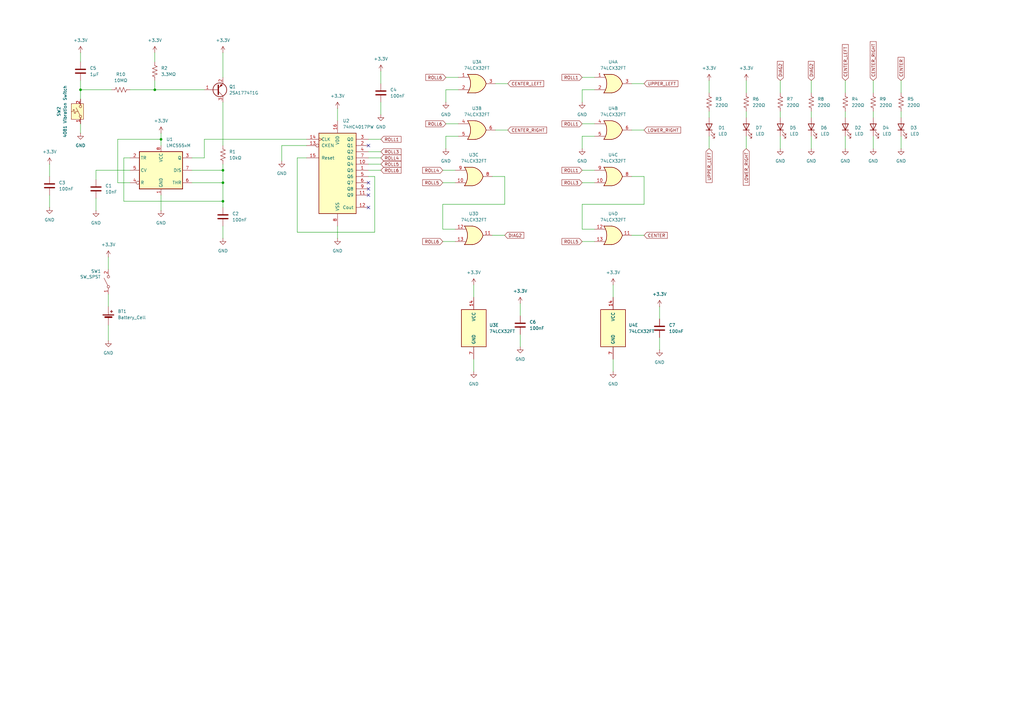
<source format=kicad_sch>
(kicad_sch (version 20250114) (generator "eeschema") (generator_version "9.0")
  (paper "A3")
  (lib_symbols
    (symbol "4xxx:4017" (pin_names (offset 1.016))
      (property "Reference" "U" (at -7.62 16.51 0))
      (property "Value" "4017" (at -7.62 -19.05 0))
      (symbol "4017_1_0"
        (pin input clock (at -12.7 12.7 0) (length 5.08) (name "CLK") (number "14"))
        (pin input inverted (at -12.7 10.16 0) (length 5.08) (name "CKEN") (number "13"))
        (pin input line (at -12.7 5.08 0) (length 5.08) (name "Reset") (number "15"))
        (pin power_in line (at 0 20.32 270) (length 5.08) (name "VDD") (number "16"))
        (pin power_in line (at 0 -22.86 90) (length 5.08) (name "VSS") (number "8"))
        (pin output line (at 12.7 12.7 180) (length 5.08) (name "Q0") (number "3"))
        (pin output line (at 12.7 10.16 180) (length 5.08) (name "Q1") (number "2"))
        (pin output line (at 12.7 7.62 180) (length 5.08) (name "Q2") (number "4"))
        (pin output line (at 12.7 5.08 180) (length 5.08) (name "Q3") (number "7"))
        (pin output line (at 12.7 2.54 180) (length 5.08) (name "Q4") (number "10"))
        (pin output line (at 12.7 0 180) (length 5.08) (name "Q5") (number "1"))
        (pin output line (at 12.7 -2.54 180) (length 5.08) (name "Q6") (number "5"))
        (pin output line (at 12.7 -5.08 180) (length 5.08) (name "Q7") (number "6"))
        (pin output line (at 12.7 -7.62 180) (length 5.08) (name "Q8") (number "9"))
        (pin output line (at 12.7 -10.16 180) (length 5.08) (name "Q9") (number "11"))
        (pin output line (at 12.7 -15.24 180) (length 5.08) (name "Cout") (number "12"))
      )
      (symbol "4017_1_1"
        (rectangle (start -7.62 15.24) (end 7.62 -17.78) (stroke (width 0.254)) (fill (type background)))
      )
    )
    (symbol "74xx:74LS32" (pin_names (offset 1.016))
      (property "Reference" "U" (at 0 1.27 0))
      (property "Value" "74LS32" (at 0 -1.27 0))
      (symbol "74LS32_1_1"
        (arc (start -3.81 3.81) (mid -2.589 0) (end -3.81 -3.81) (stroke (width 0.254)))
        (polyline (pts (xy -3.81 3.81) (xy -0.635 3.81)) (stroke (width 0.254)) (fill (type background)))
        (polyline (pts (xy -3.81 -3.81) (xy -0.635 -3.81)) (stroke (width 0.254)) (fill (type background)))
        (arc (start 3.81 0) (mid 2.1855 -2.584) (end -0.6096 -3.81) (stroke (width 0.254)) (fill (type background)))
        (arc (start -0.6096 3.81) (mid 2.1928 2.5924) (end 3.81 0) (stroke (width 0.254)) (fill (type background)))
        (polyline (pts (xy -0.635 3.81) (xy -3.81 3.81) (xy -3.81 3.81) (xy -3.556 3.4036) (xy -3.0226 2.2606) (xy -2.6924 1.0414) (xy -2.6162 -0.254) (xy -2.7686 -1.4986) (xy -3.175 -2.7178) (xy -3.81 -3.81) (xy -3.81 -3.81) (xy -0.635 -3.81)) (stroke (width -25.4)) (fill (type background)))
        (pin input line (at -7.62 2.54 0) (length 4.318) (name "~") (number "1"))
        (pin input line (at -7.62 -2.54 0) (length 4.318) (name "~") (number "2"))
        (pin output line (at 7.62 0 180) (length 3.81) (name "~") (number "3"))
      )
      (symbol "74LS32_1_2"
        (arc (start 0 3.81) (mid 3.7934 0) (end 0 -3.81) (stroke (width 0.254)) (fill (type background)))
        (polyline (pts (xy 0 3.81) (xy -3.81 3.81) (xy -3.81 -3.81) (xy 0 -3.81)) (stroke (width 0.254)) (fill (type background)))
        (pin input inverted (at -7.62 2.54 0) (length 3.81) (name "~") (number "1"))
        (pin input inverted (at -7.62 -2.54 0) (length 3.81) (name "~") (number "2"))
        (pin output inverted (at 7.62 0 180) (length 3.81) (name "~") (number "3"))
      )
      (symbol "74LS32_2_1"
        (arc (start -3.81 3.81) (mid -2.589 0) (end -3.81 -3.81) (stroke (width 0.254)))
        (polyline (pts (xy -3.81 3.81) (xy -0.635 3.81)) (stroke (width 0.254)) (fill (type background)))
        (polyline (pts (xy -3.81 -3.81) (xy -0.635 -3.81)) (stroke (width 0.254)) (fill (type background)))
        (arc (start 3.81 0) (mid 2.1855 -2.584) (end -0.6096 -3.81) (stroke (width 0.254)) (fill (type background)))
        (arc (start -0.6096 3.81) (mid 2.1928 2.5924) (end 3.81 0) (stroke (width 0.254)) (fill (type background)))
        (polyline (pts (xy -0.635 3.81) (xy -3.81 3.81) (xy -3.81 3.81) (xy -3.556 3.4036) (xy -3.0226 2.2606) (xy -2.6924 1.0414) (xy -2.6162 -0.254) (xy -2.7686 -1.4986) (xy -3.175 -2.7178) (xy -3.81 -3.81) (xy -3.81 -3.81) (xy -0.635 -3.81)) (stroke (width -25.4)) (fill (type background)))
        (pin input line (at -7.62 2.54 0) (length 4.318) (name "~") (number "4"))
        (pin input line (at -7.62 -2.54 0) (length 4.318) (name "~") (number "5"))
        (pin output line (at 7.62 0 180) (length 3.81) (name "~") (number "6"))
      )
      (symbol "74LS32_2_2"
        (arc (start 0 3.81) (mid 3.7934 0) (end 0 -3.81) (stroke (width 0.254)) (fill (type background)))
        (polyline (pts (xy 0 3.81) (xy -3.81 3.81) (xy -3.81 -3.81) (xy 0 -3.81)) (stroke (width 0.254)) (fill (type background)))
        (pin input inverted (at -7.62 2.54 0) (length 3.81) (name "~") (number "4"))
        (pin input inverted (at -7.62 -2.54 0) (length 3.81) (name "~") (number "5"))
        (pin output inverted (at 7.62 0 180) (length 3.81) (name "~") (number "6"))
      )
      (symbol "74LS32_3_1"
        (arc (start -3.81 3.81) (mid -2.589 0) (end -3.81 -3.81) (stroke (width 0.254)))
        (polyline (pts (xy -3.81 3.81) (xy -0.635 3.81)) (stroke (width 0.254)) (fill (type background)))
        (polyline (pts (xy -3.81 -3.81) (xy -0.635 -3.81)) (stroke (width 0.254)) (fill (type background)))
        (arc (start 3.81 0) (mid 2.1855 -2.584) (end -0.6096 -3.81) (stroke (width 0.254)) (fill (type background)))
        (arc (start -0.6096 3.81) (mid 2.1928 2.5924) (end 3.81 0) (stroke (width 0.254)) (fill (type background)))
        (polyline (pts (xy -0.635 3.81) (xy -3.81 3.81) (xy -3.81 3.81) (xy -3.556 3.4036) (xy -3.0226 2.2606) (xy -2.6924 1.0414) (xy -2.6162 -0.254) (xy -2.7686 -1.4986) (xy -3.175 -2.7178) (xy -3.81 -3.81) (xy -3.81 -3.81) (xy -0.635 -3.81)) (stroke (width -25.4)) (fill (type background)))
        (pin input line (at -7.62 2.54 0) (length 4.318) (name "~") (number "9"))
        (pin input line (at -7.62 -2.54 0) (length 4.318) (name "~") (number "10"))
        (pin output line (at 7.62 0 180) (length 3.81) (name "~") (number "8"))
      )
      (symbol "74LS32_3_2"
        (arc (start 0 3.81) (mid 3.7934 0) (end 0 -3.81) (stroke (width 0.254)) (fill (type background)))
        (polyline (pts (xy 0 3.81) (xy -3.81 3.81) (xy -3.81 -3.81) (xy 0 -3.81)) (stroke (width 0.254)) (fill (type background)))
        (pin input inverted (at -7.62 2.54 0) (length 3.81) (name "~") (number "9"))
        (pin input inverted (at -7.62 -2.54 0) (length 3.81) (name "~") (number "10"))
        (pin output inverted (at 7.62 0 180) (length 3.81) (name "~") (number "8"))
      )
      (symbol "74LS32_4_1"
        (arc (start -3.81 3.81) (mid -2.589 0) (end -3.81 -3.81) (stroke (width 0.254)))
        (polyline (pts (xy -3.81 3.81) (xy -0.635 3.81)) (stroke (width 0.254)) (fill (type background)))
        (polyline (pts (xy -3.81 -3.81) (xy -0.635 -3.81)) (stroke (width 0.254)) (fill (type background)))
        (arc (start 3.81 0) (mid 2.1855 -2.584) (end -0.6096 -3.81) (stroke (width 0.254)) (fill (type background)))
        (arc (start -0.6096 3.81) (mid 2.1928 2.5924) (end 3.81 0) (stroke (width 0.254)) (fill (type background)))
        (polyline (pts (xy -0.635 3.81) (xy -3.81 3.81) (xy -3.81 3.81) (xy -3.556 3.4036) (xy -3.0226 2.2606) (xy -2.6924 1.0414) (xy -2.6162 -0.254) (xy -2.7686 -1.4986) (xy -3.175 -2.7178) (xy -3.81 -3.81) (xy -3.81 -3.81) (xy -0.635 -3.81)) (stroke (width -25.4)) (fill (type background)))
        (pin input line (at -7.62 2.54 0) (length 4.318) (name "~") (number "12"))
        (pin input line (at -7.62 -2.54 0) (length 4.318) (name "~") (number "13"))
        (pin output line (at 7.62 0 180) (length 3.81) (name "~") (number "11"))
      )
      (symbol "74LS32_4_2"
        (arc (start 0 3.81) (mid 3.7934 0) (end 0 -3.81) (stroke (width 0.254)) (fill (type background)))
        (polyline (pts (xy 0 3.81) (xy -3.81 3.81) (xy -3.81 -3.81) (xy 0 -3.81)) (stroke (width 0.254)) (fill (type background)))
        (pin input inverted (at -7.62 2.54 0) (length 3.81) (name "~") (number "12"))
        (pin input inverted (at -7.62 -2.54 0) (length 3.81) (name "~") (number "13"))
        (pin output inverted (at 7.62 0 180) (length 3.81) (name "~") (number "11"))
      )
      (symbol "74LS32_5_0"
        (pin power_in line (at 0 12.7 270) (length 5.08) (name "VCC") (number "14"))
        (pin power_in line (at 0 -12.7 90) (length 5.08) (name "GND") (number "7"))
      )
      (symbol "74LS32_5_1"
        (rectangle (start -5.08 7.62) (end 5.08 -7.62) (stroke (width 0.254)) (fill (type background)))
      )
    )
    (symbol "Device:Battery_Cell" (pin_numbers (hide yes)) (pin_names (offset 0) (hide yes))
      (property "Reference" "BT" (at 2.54 2.54 0))
      (property "Value" "Battery_Cell" (at 2.54 0 0))
      (symbol "Battery_Cell_0_1"
        (rectangle (start -2.286 1.778) (end 2.286 1.524) (fill (type outline)))
        (rectangle (start -1.524 1.016) (end 1.524 0.508) (fill (type outline)))
        (polyline (pts (xy 0 1.778) (xy 0 2.54)))
        (polyline (pts (xy 0 0.762) (xy 0 0)))
        (polyline (pts (xy 0.762 3.048) (xy 1.778 3.048)) (stroke (width 0.254)))
        (polyline (pts (xy 1.27 3.556) (xy 1.27 2.54)) (stroke (width 0.254)))
      )
      (symbol "Battery_Cell_1_1"
        (pin passive line (at 0 5.08 270) (length 2.54) (name "+") (number "1"))
        (pin passive line (at 0 -2.54 90) (length 2.54) (name "-") (number "2"))
      )
    )
    (symbol "Device:C" (pin_numbers (hide yes)) (pin_names (offset 0.254))
      (property "Reference" "C" (at 0.635 2.54 0))
      (property "Value" "C" (at 0.635 -2.54 0))
      (symbol "C_0_1"
        (polyline (pts (xy -2.032 0.762) (xy 2.032 0.762)) (stroke (width 0.508)))
        (polyline (pts (xy -2.032 -0.762) (xy 2.032 -0.762)) (stroke (width 0.508)))
      )
      (symbol "C_1_1"
        (pin passive line (at 0 3.81 270) (length 2.794) (name "~") (number "1"))
        (pin passive line (at 0 -3.81 90) (length 2.794) (name "~") (number "2"))
      )
    )
    (symbol "Device:LED" (pin_numbers (hide yes)) (pin_names (offset 1.016) (hide yes))
      (property "Reference" "D" (at 0 2.54 0))
      (property "Value" "LED" (at 0 -2.54 0))
      (symbol "LED_0_1"
        (polyline (pts (xy -3.048 -0.762) (xy -4.572 -2.286) (xy -3.81 -2.286) (xy -4.572 -2.286) (xy -4.572 -1.524)))
        (polyline (pts (xy -1.778 -0.762) (xy -3.302 -2.286) (xy -2.54 -2.286) (xy -3.302 -2.286) (xy -3.302 -1.524)))
        (polyline (pts (xy -1.27 0) (xy 1.27 0)))
        (polyline (pts (xy -1.27 -1.27) (xy -1.27 1.27)) (stroke (width 0.254)))
        (polyline (pts (xy 1.27 -1.27) (xy 1.27 1.27) (xy -1.27 0) (xy 1.27 -1.27)) (stroke (width 0.254)))
      )
      (symbol "LED_1_1"
        (pin passive line (at -3.81 0 0) (length 2.54) (name "K") (number "1"))
        (pin passive line (at 3.81 0 180) (length 2.54) (name "A") (number "2"))
      )
    )
    (symbol "Device:R_US" (pin_numbers (hide yes)) (pin_names (offset 0))
      (property "Reference" "R" (at 2.54 0 90))
      (property "Value" "R_US" (at -2.54 0 90))
      (symbol "R_US_0_1"
        (polyline (pts (xy 0 2.286) (xy 0 2.54)))
        (polyline (pts (xy 0 2.286) (xy 1.016 1.905) (xy 0 1.524) (xy -1.016 1.143) (xy 0 0.762)))
        (polyline (pts (xy 0 0.762) (xy 1.016 0.381) (xy 0 0) (xy -1.016 -0.381) (xy 0 -0.762)))
        (polyline (pts (xy 0 -0.762) (xy 1.016 -1.143) (xy 0 -1.524) (xy -1.016 -1.905) (xy 0 -2.286)))
        (polyline (pts (xy 0 -2.286) (xy 0 -2.54)))
      )
      (symbol "R_US_1_1"
        (pin passive line (at 0 3.81 270) (length 1.27) (name "~") (number "1"))
        (pin passive line (at 0 -3.81 90) (length 1.27) (name "~") (number "2"))
      )
    )
    (symbol "Switch:SW_SPST" (pin_names (offset 0) (hide yes))
      (property "Reference" "SW" (at 0 3.175 0))
      (property "Value" "SW_SPST" (at 0 -2.54 0))
      (symbol "SW_SPST_0_0"
        (circle (center -2.032 0) (radius 0.508))
        (polyline (pts (xy -1.524 0.254) (xy 1.524 1.778)))
        (circle (center 2.032 0) (radius 0.508))
      )
      (symbol "SW_SPST_1_1"
        (pin passive line (at -5.08 0 0) (length 2.54) (name "A") (number "1"))
        (pin passive line (at 5.08 0 180) (length 2.54) (name "B") (number "2"))
      )
    )
    (symbol "Switch:SW_SPST_Temperature" (pin_names (offset 0) (hide yes))
      (property "Reference" "SW" (at 0 5.08 0))
      (property "Value" "SW_SPST_Temperature" (at 0 -2.54 0))
      (symbol "SW_SPST_Temperature_0_0"
        (circle (center -2.032 0) (radius 0.508))
        (polyline (pts (xy -1.524 0.254) (xy 1.524 1.778)))
        (polyline (pts (xy 0 1.016) (xy 0 2.032) (xy -0.762 2.032) (xy -0.762 2.54) (xy 0.762 2.54) (xy 0.762 3.048) (xy 0 3.048) (xy 0 3.81)))
        (circle (center 2.032 0) (radius 0.508))
      )
      (symbol "SW_SPST_Temperature_1_1"
        (rectangle (start -3.175 3.81) (end 3.175 -1.27) (fill (type background)))
        (pin passive line (at -5.08 0 0) (length 2.54) (name "A") (number "1"))
        (pin passive line (at 5.08 0 180) (length 2.54) (name "B") (number "2"))
      )
    )
    (symbol "Timer:LMC555xM"
      (property "Reference" "U" (at -10.16 8.89 0))
      (property "Value" "LMC555xM" (at 2.54 8.89 0))
      (symbol "LMC555xM_0_0"
        (pin power_in line (at 0 10.16 270) (length 2.54) (name "VCC") (number "8"))
        (pin power_in line (at 0 -10.16 90) (length 2.54) (name "GND") (number "1"))
      )
      (symbol "LMC555xM_0_1"
        (rectangle (start -8.89 -7.62) (end 8.89 7.62) (stroke (width 0.254)) (fill (type background)))
        (rectangle (start -8.89 -7.62) (end 8.89 7.62) (stroke (width 0.254)) (fill (type background)))
      )
      (symbol "LMC555xM_1_1"
        (pin input line (at -12.7 5.08 0) (length 3.81) (name "TR") (number "2"))
        (pin input line (at -12.7 0 0) (length 3.81) (name "CV") (number "5"))
        (pin input inverted (at -12.7 -5.08 0) (length 3.81) (name "R") (number "4"))
        (pin output line (at 12.7 5.08 180) (length 3.81) (name "Q") (number "3"))
        (pin input line (at 12.7 0 180) (length 3.81) (name "DIS") (number "7"))
        (pin input line (at 12.7 -5.08 180) (length 3.81) (name "THR") (number "6"))
      )
    )
    (symbol "Transistor_BJT:Q_PNP_BEC" (pin_names (offset 0) (hide yes))
      (property "Reference" "Q" (at 5.08 1.27 0))
      (property "Value" "Q_PNP_BEC" (at 5.08 -1.27 0))
      (symbol "Q_PNP_BEC_0_1"
        (polyline (pts (xy -2.54 0) (xy 0.635 0)))
        (polyline (pts (xy 0.635 1.905) (xy 0.635 -1.905)) (stroke (width 0.508)))
        (polyline (pts (xy 0.635 0.635) (xy 2.54 2.54)))
        (polyline (pts (xy 0.635 -0.635) (xy 2.54 -2.54)))
        (circle (center 1.27 0) (radius 2.8194) (stroke (width 0.254)))
        (polyline (pts (xy 2.286 -1.778) (xy 1.778 -2.286) (xy 1.27 -1.27) (xy 2.286 -1.778)) (fill (type outline)))
      )
      (symbol "Q_PNP_BEC_1_1"
        (pin input line (at -5.08 0 0) (length 2.54) (name "B") (number "1"))
        (pin passive line (at 2.54 5.08 270) (length 2.54) (name "C") (number "3"))
        (pin passive line (at 2.54 -5.08 90) (length 2.54) (name "E") (number "2"))
      )
    )
    (symbol "power:+3.3V" (power) (pin_numbers (hide yes)) (pin_names (offset 0) (hide yes))
      (property "Value" "+3.3V" (at 0 3.556 0))
      (symbol "+3.3V_0_1"
        (polyline (pts (xy -0.762 1.27) (xy 0 2.54)))
        (polyline (pts (xy 0 2.54) (xy 0.762 1.27)))
        (polyline (pts (xy 0 0) (xy 0 2.54)))
      )
      (symbol "+3.3V_1_1"
        (pin power_in line (at 0 0 90) (length 0) (name "~") (number "1"))
      )
    )
    (symbol "power:GND" (power) (pin_numbers (hide yes)) (pin_names (offset 0) (hide yes))
      (property "Value" "GND" (at 0 -3.81 0))
      (symbol "GND_0_1"
        (polyline (pts (xy 0 0) (xy 0 -1.27) (xy 1.27 -1.27) (xy 0 -2.54) (xy -1.27 -1.27) (xy 0 -1.27)))
      )
      (symbol "GND_1_1"
        (pin power_in line (at 0 0 270) (length 0) (name "~") (number "1"))
      )
    )
  )
  (junction (at 91.44 74.93))
  (junction (at 63.5 36.83))
  (junction (at 33.02 36.83))
  (junction (at 91.44 69.85))
  (junction (at 66.04 57.15))
  (junction (at 91.44 82.55))
  (no_connect (at 151.13 85.09))
  (no_connect (at 151.13 74.93))
  (no_connect (at 151.13 80.01))
  (no_connect (at 151.13 77.47))
  (no_connect (at 151.13 59.69))
  (wire (pts (xy 91.44 21.59) (xy 91.44 31.75)))
  (wire (pts (xy 156.21 29.21) (xy 156.21 34.29)))
  (wire (pts (xy 182.88 50.8) (xy 187.96 50.8)))
  (wire (pts (xy 48.26 57.15) (xy 66.04 57.15)))
  (wire (pts (xy 187.96 36.83) (xy 182.88 36.83)))
  (wire (pts (xy 346.71 33.02) (xy 346.71 38.1)))
  (wire (pts (xy 251.46 116.84) (xy 251.46 121.92)))
  (wire (pts (xy 182.88 36.83) (xy 182.88 41.91)))
  (wire (pts (xy 20.32 80.01) (xy 20.32 85.09)))
  (wire (pts (xy 332.74 33.02) (xy 332.74 38.1)))
  (wire (pts (xy 243.84 55.88) (xy 238.76 55.88)))
  (wire (pts (xy 66.04 80.01) (xy 66.04 86.36)))
  (wire (pts (xy 238.76 69.85) (xy 243.84 69.85)))
  (wire (pts (xy 194.31 147.32) (xy 194.31 152.4)))
  (wire (pts (xy 33.02 33.02) (xy 33.02 36.83)))
  (wire (pts (xy 264.16 72.39) (xy 264.16 83.82)))
  (wire (pts (xy 358.14 33.02) (xy 358.14 38.1)))
  (wire (pts (xy 53.34 69.85) (xy 39.37 69.85)))
  (wire (pts (xy 53.34 74.93) (xy 48.26 74.93)))
  (wire (pts (xy 121.92 64.77) (xy 125.73 64.77)))
  (wire (pts (xy 115.57 59.69) (xy 115.57 66.04)))
  (wire (pts (xy 201.93 96.52) (xy 207.01 96.52)))
  (wire (pts (xy 238.76 36.83) (xy 238.76 41.91)))
  (wire (pts (xy 238.76 55.88) (xy 238.76 60.96)))
  (wire (pts (xy 63.5 33.02) (xy 63.5 36.83)))
  (wire (pts (xy 320.04 45.72) (xy 320.04 48.26)))
  (wire (pts (xy 213.36 124.46) (xy 213.36 129.54)))
  (wire (pts (xy 306.07 33.02) (xy 306.07 38.1)))
  (wire (pts (xy 207.01 83.82) (xy 207.01 72.39)))
  (wire (pts (xy 151.13 57.15) (xy 156.21 57.15)))
  (wire (pts (xy 153.67 95.25) (xy 121.92 95.25)))
  (wire (pts (xy 207.01 72.39) (xy 201.93 72.39)))
  (wire (pts (xy 91.44 41.91) (xy 91.44 59.69)))
  (wire (pts (xy 83.82 57.15) (xy 83.82 64.77)))
  (wire (pts (xy 91.44 82.55) (xy 91.44 85.09)))
  (wire (pts (xy 78.74 69.85) (xy 91.44 69.85)))
  (wire (pts (xy 332.74 45.72) (xy 332.74 48.26)))
  (wire (pts (xy 50.8 64.77) (xy 50.8 82.55)))
  (wire (pts (xy 290.83 45.72) (xy 290.83 48.26)))
  (wire (pts (xy 66.04 54.61) (xy 66.04 57.15)))
  (wire (pts (xy 369.57 33.02) (xy 369.57 38.1)))
  (wire (pts (xy 238.76 93.98) (xy 243.84 93.98)))
  (wire (pts (xy 156.21 41.91) (xy 156.21 46.99)))
  (wire (pts (xy 346.71 55.88) (xy 346.71 60.96)))
  (wire (pts (xy 181.61 99.06) (xy 186.69 99.06)))
  (wire (pts (xy 44.45 110.49) (xy 44.45 105.41)))
  (wire (pts (xy 306.07 45.72) (xy 306.07 48.26)))
  (wire (pts (xy 369.57 55.88) (xy 369.57 60.96)))
  (wire (pts (xy 83.82 57.15) (xy 125.73 57.15)))
  (wire (pts (xy 39.37 81.28) (xy 39.37 86.36)))
  (wire (pts (xy 138.43 44.45) (xy 138.43 49.53)))
  (wire (pts (xy 48.26 74.93) (xy 48.26 57.15)))
  (wire (pts (xy 121.92 95.25) (xy 121.92 64.77)))
  (wire (pts (xy 91.44 74.93) (xy 91.44 82.55)))
  (wire (pts (xy 259.08 53.34) (xy 264.16 53.34)))
  (wire (pts (xy 194.31 116.84) (xy 194.31 121.92)))
  (wire (pts (xy 332.74 55.88) (xy 332.74 60.96)))
  (wire (pts (xy 243.84 74.93) (xy 238.76 74.93)))
  (wire (pts (xy 358.14 55.88) (xy 358.14 60.96)))
  (wire (pts (xy 151.13 64.77) (xy 156.21 64.77)))
  (wire (pts (xy 181.61 93.98) (xy 181.61 83.82)))
  (wire (pts (xy 50.8 64.77) (xy 53.34 64.77)))
  (wire (pts (xy 50.8 82.55) (xy 91.44 82.55)))
  (wire (pts (xy 151.13 62.23) (xy 156.21 62.23)))
  (wire (pts (xy 203.2 34.29) (xy 208.28 34.29)))
  (wire (pts (xy 238.76 50.8) (xy 243.84 50.8)))
  (wire (pts (xy 306.07 55.88) (xy 306.07 60.96)))
  (wire (pts (xy 44.45 120.65) (xy 44.45 125.73)))
  (wire (pts (xy 91.44 69.85) (xy 91.44 74.93)))
  (wire (pts (xy 151.13 69.85) (xy 156.21 69.85)))
  (wire (pts (xy 238.76 31.75) (xy 243.84 31.75)))
  (wire (pts (xy 115.57 59.69) (xy 125.73 59.69)))
  (wire (pts (xy 182.88 31.75) (xy 187.96 31.75)))
  (wire (pts (xy 63.5 21.59) (xy 63.5 25.4)))
  (wire (pts (xy 203.2 53.34) (xy 208.28 53.34)))
  (wire (pts (xy 138.43 92.71) (xy 138.43 97.79)))
  (wire (pts (xy 181.61 69.85) (xy 186.69 69.85)))
  (wire (pts (xy 33.02 36.83) (xy 45.72 36.83)))
  (wire (pts (xy 33.02 50.8) (xy 33.02 54.61)))
  (wire (pts (xy 238.76 83.82) (xy 238.76 93.98)))
  (wire (pts (xy 320.04 55.88) (xy 320.04 60.96)))
  (wire (pts (xy 358.14 45.72) (xy 358.14 48.26)))
  (wire (pts (xy 369.57 45.72) (xy 369.57 48.26)))
  (wire (pts (xy 290.83 55.88) (xy 290.83 60.96)))
  (wire (pts (xy 151.13 72.39) (xy 153.67 72.39)))
  (wire (pts (xy 53.34 36.83) (xy 63.5 36.83)))
  (wire (pts (xy 259.08 96.52) (xy 264.16 96.52)))
  (wire (pts (xy 187.96 55.88) (xy 182.88 55.88)))
  (wire (pts (xy 270.51 125.73) (xy 270.51 130.81)))
  (wire (pts (xy 181.61 74.93) (xy 186.69 74.93)))
  (wire (pts (xy 264.16 83.82) (xy 238.76 83.82)))
  (wire (pts (xy 20.32 67.31) (xy 20.32 72.39)))
  (wire (pts (xy 213.36 137.16) (xy 213.36 142.24)))
  (wire (pts (xy 91.44 67.31) (xy 91.44 69.85)))
  (wire (pts (xy 251.46 147.32) (xy 251.46 152.4)))
  (wire (pts (xy 63.5 36.83) (xy 83.82 36.83)))
  (wire (pts (xy 39.37 69.85) (xy 39.37 73.66)))
  (wire (pts (xy 151.13 67.31) (xy 156.21 67.31)))
  (wire (pts (xy 182.88 55.88) (xy 182.88 60.96)))
  (wire (pts (xy 238.76 99.06) (xy 243.84 99.06)))
  (wire (pts (xy 259.08 72.39) (xy 264.16 72.39)))
  (wire (pts (xy 270.51 138.43) (xy 270.51 143.51)))
  (wire (pts (xy 290.83 33.02) (xy 290.83 38.1)))
  (wire (pts (xy 259.08 34.29) (xy 264.16 34.29)))
  (wire (pts (xy 243.84 36.83) (xy 238.76 36.83)))
  (wire (pts (xy 33.02 21.59) (xy 33.02 25.4)))
  (wire (pts (xy 320.04 33.02) (xy 320.04 38.1)))
  (wire (pts (xy 78.74 74.93) (xy 91.44 74.93)))
  (wire (pts (xy 33.02 36.83) (xy 33.02 40.64)))
  (wire (pts (xy 66.04 57.15) (xy 66.04 59.69)))
  (wire (pts (xy 346.71 45.72) (xy 346.71 48.26)))
  (wire (pts (xy 181.61 83.82) (xy 207.01 83.82)))
  (wire (pts (xy 44.45 133.35) (xy 44.45 139.7)))
  (wire (pts (xy 153.67 72.39) (xy 153.67 95.25)))
  (wire (pts (xy 186.69 93.98) (xy 181.61 93.98)))
  (wire (pts (xy 91.44 92.71) (xy 91.44 97.79)))
  (wire (pts (xy 78.74 64.77) (xy 83.82 64.77)))
  (global_label "CENTER_LEFT" (shape input) (at 346.71 33.02 90) (property "Intersheetrefs" "${INTERSHEET_REFS}" (effects (hide yes))))
  (global_label "CENTER_RIGHT" (shape input) (at 208.28 53.34 0) (property "Intersheetrefs" "${INTERSHEET_REFS}" (effects (hide yes))))
  (global_label "LOWER_RIGHT" (shape input) (at 264.16 53.34 0) (property "Intersheetrefs" "${INTERSHEET_REFS}" (effects (hide yes))))
  (global_label "ROLL1" (shape input) (at 238.76 31.75 180) (property "Intersheetrefs" "${INTERSHEET_REFS}" (effects (hide yes))))
  (global_label "ROLL1" (shape input) (at 156.21 57.15 0) (property "Intersheetrefs" "${INTERSHEET_REFS}" (effects (hide yes))))
  (global_label "DIAG2" (shape input) (at 207.01 96.52 0) (property "Intersheetrefs" "${INTERSHEET_REFS}" (effects (hide yes))))
  (global_label "ROLL1" (shape input) (at 238.76 69.85 180) (property "Intersheetrefs" "${INTERSHEET_REFS}" (effects (hide yes))))
  (global_label "ROLL6" (shape input) (at 156.21 69.85 0) (property "Intersheetrefs" "${INTERSHEET_REFS}" (effects (hide yes))))
  (global_label "ROLL3" (shape input) (at 238.76 74.93 180) (property "Intersheetrefs" "${INTERSHEET_REFS}" (effects (hide yes))))
  (global_label "CENTER" (shape input) (at 264.16 96.52 0) (property "Intersheetrefs" "${INTERSHEET_REFS}" (effects (hide yes))))
  (global_label "LOWER_RIGHT" (shape input) (at 306.07 60.96 270) (property "Intersheetrefs" "${INTERSHEET_REFS}" (effects (hide yes))))
  (global_label "CENTER" (shape input) (at 369.57 33.02 90) (property "Intersheetrefs" "${INTERSHEET_REFS}" (effects (hide yes))))
  (global_label "ROLL6" (shape input) (at 182.88 50.8 180) (property "Intersheetrefs" "${INTERSHEET_REFS}" (effects (hide yes))))
  (global_label "ROLL5" (shape input) (at 156.21 67.31 0) (property "Intersheetrefs" "${INTERSHEET_REFS}" (effects (hide yes))))
  (global_label "UPPER_LEFT" (shape input) (at 290.83 60.96 270) (property "Intersheetrefs" "${INTERSHEET_REFS}" (effects (hide yes))))
  (global_label "CENTER_RIGHT" (shape input) (at 358.14 33.02 90) (property "Intersheetrefs" "${INTERSHEET_REFS}" (effects (hide yes))))
  (global_label "ROLL4" (shape input) (at 181.61 69.85 180) (property "Intersheetrefs" "${INTERSHEET_REFS}" (effects (hide yes))))
  (global_label "ROLL3" (shape input) (at 156.21 62.23 0) (property "Intersheetrefs" "${INTERSHEET_REFS}" (effects (hide yes))))
  (global_label "ROLL4" (shape input) (at 156.21 64.77 0) (property "Intersheetrefs" "${INTERSHEET_REFS}" (effects (hide yes))))
  (global_label "ROLL6" (shape input) (at 181.61 99.06 180) (property "Intersheetrefs" "${INTERSHEET_REFS}" (effects (hide yes))))
  (global_label "CENTER_LEFT" (shape input) (at 208.28 34.29 0) (property "Intersheetrefs" "${INTERSHEET_REFS}" (effects (hide yes))))
  (global_label "UPPER_LEFT" (shape input) (at 264.16 34.29 0) (property "Intersheetrefs" "${INTERSHEET_REFS}" (effects (hide yes))))
  (global_label "DIAG2" (shape input) (at 332.74 33.02 90) (property "Intersheetrefs" "${INTERSHEET_REFS}" (effects (hide yes))))
  (global_label "DIAG2" (shape input) (at 320.04 33.02 90) (property "Intersheetrefs" "${INTERSHEET_REFS}" (effects (hide yes))))
  (global_label "ROLL5" (shape input) (at 238.76 99.06 180) (property "Intersheetrefs" "${INTERSHEET_REFS}" (effects (hide yes))))
  (global_label "ROLL6" (shape input) (at 182.88 31.75 180) (property "Intersheetrefs" "${INTERSHEET_REFS}" (effects (hide yes))))
  (global_label "ROLL1" (shape input) (at 238.76 50.8 180) (property "Intersheetrefs" "${INTERSHEET_REFS}" (effects (hide yes))))
  (global_label "ROLL5" (shape input) (at 181.61 74.93 180) (property "Intersheetrefs" "${INTERSHEET_REFS}" (effects (hide yes))))
  (symbol (lib_id "power:GND") (at 138.43 97.79 0) (unit 1)
    (property "Reference" "#PWR07" (effects (hide yes)))
    (property "Value" "GND" (at 138.43 102.87 0))
    (property "Description" "Power symbol creates a global label with name \"GND\" , ground" (effects (hide yes)))
  )
  (symbol (lib_id "power:GND") (at 66.04 86.36 0) (unit 1)
    (property "Reference" "#PWR02" (effects (hide yes)))
    (property "Value" "GND" (at 66.04 91.44 0))
    (property "Description" "Power symbol creates a global label with name \"GND\" , ground" (effects (hide yes)))
  )
  (symbol (lib_id "power:+3.3V") (at 251.46 116.84 0) (unit 1)
    (property "Reference" "#PWR028" (effects (hide yes)))
    (property "Value" "+3.3V" (at 251.46 111.76 0))
    (property "Description" "Power symbol creates a global label with name \"+3.3V\"" (effects (hide yes)))
  )
  (symbol (lib_id "74xx:74LS32") (at 194.31 96.52 0) (unit 4)
    (property "Reference" "U3" (at 194.31 87.63 0))
    (property "Value" "74LCX32FT" (at 194.31 90.17 0))
    (property "Footprint" "Package_SO:TSSOP-14_4.4x5mm_P0.65mm" (effects (hide yes)))
    (property "Datasheet" "http://www.ti.com/lit/gpn/sn74LS32" (effects (hide yes)))
    (property "Description" "Quad 2-input OR" (effects (hide yes)))
    (property "Manufacturer Part Number" "74LCX32FT" (effects (hide yes)))
    (property "Vendor" "LCSC" (effects (hide yes)))
    (property "Vendor Part Number" "C5155296" (effects (hide yes)))
  )
  (symbol (lib_id "power:+3.3V") (at 63.5 21.59 0) (unit 1)
    (property "Reference" "#PWR024" (effects (hide yes)))
    (property "Value" "+3.3V" (at 63.5 16.51 0))
    (property "Description" "Power symbol creates a global label with name \"+3.3V\"" (effects (hide yes)))
  )
  (symbol (lib_id "Device:LED") (at 290.83 52.07 90) (unit 1)
    (property "Reference" "D1" (at 294.64 52.3874 90) (effects (justify right)))
    (property "Value" "LED" (at 294.64 54.9274 90) (effects (justify right)))
    (property "Footprint" "LED_SMD:LED_0805_2012Metric" (effects (hide yes)))
    (property "Description" "Light emitting diode" (effects (hide yes)))
    (property "Sim.Pins" "1=K 2=A" (effects (hide yes)))
    (property "Manufacturer Part Number" "YLED0805G" (effects (hide yes)))
    (property "Vendor" "LCSC" (effects (hide yes)))
    (property "Vendor Part Number" "C25170728" (effects (hide yes)))
  )
  (symbol (lib_id "Device:R_US") (at 369.57 41.91 0) (unit 1)
    (property "Reference" "R5" (at 372.11 40.6399 0) (effects (justify left)))
    (property "Value" "220Ω" (at 372.11 43.1799 0) (effects (justify left)))
    (property "Footprint" "Resistor_SMD:R_0201_0603Metric" (effects (hide yes)))
    (property "Description" "Resistor, US symbol" (effects (hide yes)))
    (property "Manufacturer Part Number" "RC0201FR-07220RL" (effects (hide yes)))
    (property "Vendor" "LCSC" (effects (hide yes)))
    (property "Vendor Part Number" "C274342" (effects (hide yes)))
  )
  (symbol (lib_id "Device:C") (at 39.37 77.47 0) (unit 1)
    (property "Reference" "C1" (at 43.18 76.1999 0) (effects (justify left)))
    (property "Value" "10nF" (at 43.18 78.7399 0) (effects (justify left)))
    (property "Footprint" "Capacitor_SMD:C_0201_0603Metric" (effects (hide yes)))
    (property "Description" "Unpolarized capacitor" (effects (hide yes)))
    (property "Manufacturer Part Number" "GRM033R71A103KA01D" (effects (hide yes)))
    (property "Vendor" "LCSC" (effects (hide yes)))
    (property "Vendor Part Number" "C76941" (effects (hide yes)))
  )
  (symbol (lib_id "power:GND") (at 115.57 66.04 0) (unit 1)
    (property "Reference" "#PWR08" (effects (hide yes)))
    (property "Value" "GND" (at 115.57 71.12 0))
    (property "Description" "Power symbol creates a global label with name \"GND\" , ground" (effects (hide yes)))
  )
  (symbol (lib_id "power:+3.3V") (at 270.51 125.73 0) (unit 1)
    (property "Reference" "#PWR035" (effects (hide yes)))
    (property "Value" "+3.3V" (at 270.51 120.65 0))
    (property "Description" "Power symbol creates a global label with name \"+3.3V\"" (effects (hide yes)))
  )
  (symbol (lib_id "power:GND") (at 320.04 60.96 0) (unit 1)
    (property "Reference" "#PWR012" (effects (hide yes)))
    (property "Value" "GND" (at 320.04 66.04 0))
    (property "Description" "Power symbol creates a global label with name \"GND\" , ground" (effects (hide yes)))
  )
  (symbol (lib_id "Device:R_US") (at 306.07 41.91 0) (unit 1)
    (property "Reference" "R6" (at 308.61 40.6399 0) (effects (justify left)))
    (property "Value" "220Ω" (at 308.61 43.1799 0) (effects (justify left)))
    (property "Footprint" "Resistor_SMD:R_0201_0603Metric" (effects (hide yes)))
    (property "Description" "Resistor, US symbol" (effects (hide yes)))
    (property "Manufacturer Part Number" "RC0201FR-07220RL" (effects (hide yes)))
    (property "Vendor" "LCSC" (effects (hide yes)))
    (property "Vendor Part Number" "C274342" (effects (hide yes)))
  )
  (symbol (lib_id "power:GND") (at 33.02 54.61 0) (unit 1)
    (property "Reference" "#PWR020" (effects (hide yes)))
    (property "Value" "GND" (at 33.02 59.69 0))
    (property "Description" "Power symbol creates a global label with name \"GND\" , ground" (effects (hide yes)))
  )
  (symbol (lib_id "Device:C") (at 156.21 38.1 0) (unit 1)
    (property "Reference" "C4" (at 160.02 36.8299 0) (effects (justify left)))
    (property "Value" "100nF" (at 160.02 39.3699 0) (effects (justify left)))
    (property "Footprint" "Capacitor_SMD:C_0201_0603Metric" (effects (hide yes)))
    (property "Description" "Unpolarized capacitor" (effects (hide yes)))
    (property "Manufacturer Part Number" "GRM033R61A104KE15D" (effects (hide yes)))
    (property "Vendor" "LCSC" (effects (hide yes)))
    (property "Vendor Part Number" "C76934" (effects (hide yes)))
  )
  (symbol (lib_id "Device:R_US") (at 320.04 41.91 0) (unit 1)
    (property "Reference" "R7" (at 322.58 40.6399 0) (effects (justify left)))
    (property "Value" "220Ω" (at 322.58 43.1799 0) (effects (justify left)))
    (property "Footprint" "Resistor_SMD:R_0201_0603Metric" (effects (hide yes)))
    (property "Description" "Resistor, US symbol" (effects (hide yes)))
    (property "Manufacturer Part Number" "RC0201FR-07220RL" (effects (hide yes)))
    (property "Vendor" "LCSC" (effects (hide yes)))
    (property "Vendor Part Number" "C274342" (effects (hide yes)))
  )
  (symbol (lib_id "power:+3.3V") (at 33.02 21.59 0) (unit 1)
    (property "Reference" "#PWR022" (effects (hide yes)))
    (property "Value" "+3.3V" (at 33.02 16.51 0))
    (property "Description" "Power symbol creates a global label with name \"+3.3V\"" (effects (hide yes)))
  )
  (symbol (lib_id "74xx:74LS32") (at 194.31 72.39 0) (unit 3)
    (property "Reference" "U3" (at 194.31 63.5 0))
    (property "Value" "74LCX32FT" (at 194.31 66.04 0))
    (property "Footprint" "Package_SO:TSSOP-14_4.4x5mm_P0.65mm" (effects (hide yes)))
    (property "Datasheet" "http://www.ti.com/lit/gpn/sn74LS32" (effects (hide yes)))
    (property "Description" "Quad 2-input OR" (effects (hide yes)))
    (property "Manufacturer Part Number" "74LCX32FT" (effects (hide yes)))
    (property "Vendor" "LCSC" (effects (hide yes)))
    (property "Vendor Part Number" "C5155296" (effects (hide yes)))
  )
  (symbol (lib_id "power:+3.3V") (at 44.45 105.41 0) (unit 1)
    (property "Reference" "#PWR016" (effects (hide yes)))
    (property "Value" "+3.3V" (at 44.45 100.33 0))
    (property "Description" "Power symbol creates a global label with name \"+3.3V\"" (effects (hide yes)))
  )
  (symbol (lib_id "Switch:SW_SPST") (at 44.45 115.57 90) (unit 1)
    (property "Reference" "SW1" (at 39.37 111.252 90))
    (property "Value" "SW_SPST" (at 37.084 113.538 90))
    (property "Footprint" "Button_Switch_SMD:SW_DIP_SPSTx01_Slide_Copal_CHS-01A_W5.08mm_P1.27mm_JPin" (effects (hide yes)))
    (property "Description" "Single Pole Single Throw (SPST) switch" (effects (hide yes)))
    (property "Manufacturer Part Number" "CHS-01A1" (effects (hide yes)))
    (property "Vendor" "LCSC" (effects (hide yes)))
    (property "Vendor Part Number" "C3312106" (effects (hide yes)))
  )
  (symbol (lib_id "Device:LED") (at 369.57 52.07 90) (unit 1)
    (property "Reference" "D3" (at 373.38 52.3874 90) (effects (justify right)))
    (property "Value" "LED" (at 373.38 54.9274 90) (effects (justify right)))
    (property "Footprint" "LED_SMD:LED_0805_2012Metric" (effects (hide yes)))
    (property "Description" "Light emitting diode" (effects (hide yes)))
    (property "Sim.Pins" "1=K 2=A" (effects (hide yes)))
    (property "Manufacturer Part Number" "YLED0805G" (effects (hide yes)))
    (property "Vendor" "LCSC" (effects (hide yes)))
    (property "Vendor Part Number" "C25170728" (effects (hide yes)))
  )
  (symbol (lib_id "Device:Battery_Cell") (at 44.45 130.81 0) (unit 1)
    (property "Reference" "BT1" (at 48.26 127.6984 0) (effects (justify left)))
    (property "Value" "Battery_Cell" (at 48.26 130.2384 0) (effects (justify left)))
    (property "Footprint" "footprints:BAT-HLD-001" (effects (hide yes)))
    (property "Description" "Single-cell battery" (effects (hide yes)))
    (property "Manufacturer Part Number" "BAT-HLD-001" (effects (hide yes)))
    (property "Vendor" "LCSC" (effects (hide yes)))
    (property "Vendor Part Number" "C7501066" (effects (hide yes)))
  )
  (symbol (lib_id "power:GND") (at 251.46 152.4 0) (unit 1)
    (property "Reference" "#PWR026" (effects (hide yes)))
    (property "Value" "GND" (at 251.46 157.48 0))
    (property "Description" "Power symbol creates a global label with name \"GND\" , ground" (effects (hide yes)))
  )
  (symbol (lib_id "Device:R_US") (at 290.83 41.91 0) (unit 1)
    (property "Reference" "R3" (at 293.37 40.6399 0) (effects (justify left)))
    (property "Value" "220Ω" (at 293.37 43.1799 0) (effects (justify left)))
    (property "Footprint" "Resistor_SMD:R_0201_0603Metric" (effects (hide yes)))
    (property "Description" "Resistor, US symbol" (effects (hide yes)))
    (property "Manufacturer Part Number" "RC0201FR-07220RL" (effects (hide yes)))
    (property "Vendor" "LCSC" (effects (hide yes)))
    (property "Vendor Part Number" "C274342" (effects (hide yes)))
  )
  (symbol (lib_id "74xx:74LS32") (at 194.31 134.62 0) (unit 5)
    (property "Reference" "U3" (at 200.66 133.3499 0) (effects (justify left)))
    (property "Value" "74LCX32FT" (at 200.66 135.8899 0) (effects (justify left)))
    (property "Footprint" "Package_SO:TSSOP-14_4.4x5mm_P0.65mm" (effects (hide yes)))
    (property "Datasheet" "http://www.ti.com/lit/gpn/sn74LS32" (effects (hide yes)))
    (property "Description" "Quad 2-input OR" (effects (hide yes)))
    (property "Manufacturer Part Number" "74LCX32FT" (effects (hide yes)))
    (property "Vendor" "LCSC" (effects (hide yes)))
    (property "Vendor Part Number" "C5155296" (effects (hide yes)))
  )
  (symbol (lib_id "power:+3.3V") (at 138.43 44.45 0) (unit 1)
    (property "Reference" "#PWR06" (effects (hide yes)))
    (property "Value" "+3.3V" (at 138.43 39.37 0))
    (property "Description" "Power symbol creates a global label with name \"+3.3V\"" (effects (hide yes)))
  )
  (symbol (lib_id "power:+3.3V") (at 290.83 33.02 0) (unit 1)
    (property "Reference" "#PWR018" (effects (hide yes)))
    (property "Value" "+3.3V" (at 290.83 27.94 0))
    (property "Description" "Power symbol creates a global label with name \"+3.3V\"" (effects (hide yes)))
  )
  (symbol (lib_id "Device:R_US") (at 358.14 41.91 0) (unit 1)
    (property "Reference" "R9" (at 360.68 40.6399 0) (effects (justify left)))
    (property "Value" "220Ω" (at 360.68 43.1799 0) (effects (justify left)))
    (property "Footprint" "Resistor_SMD:R_0201_0603Metric" (effects (hide yes)))
    (property "Description" "Resistor, US symbol" (effects (hide yes)))
    (property "Manufacturer Part Number" "RC0201FR-07220RL" (effects (hide yes)))
    (property "Vendor" "LCSC" (effects (hide yes)))
    (property "Vendor Part Number" "C274342" (effects (hide yes)))
  )
  (symbol (lib_id "power:+3.3V") (at 156.21 29.21 0) (unit 1)
    (property "Reference" "#PWR017" (effects (hide yes)))
    (property "Value" "+3.3V" (at 156.21 24.13 0))
    (property "Description" "Power symbol creates a global label with name \"+3.3V\"" (effects (hide yes)))
  )
  (symbol (lib_id "power:GND") (at 238.76 41.91 0) (unit 1)
    (property "Reference" "#PWR029" (effects (hide yes)))
    (property "Value" "GND" (at 238.76 46.99 0))
    (property "Description" "Power symbol creates a global label with name \"GND\" , ground" (effects (hide yes)))
  )
  (symbol (lib_id "power:GND") (at 182.88 41.91 0) (unit 1)
    (property "Reference" "#PWR031" (effects (hide yes)))
    (property "Value" "GND" (at 182.88 46.99 0))
    (property "Description" "Power symbol creates a global label with name \"GND\" , ground" (effects (hide yes)))
  )
  (symbol (lib_id "power:GND") (at 194.31 152.4 0) (unit 1)
    (property "Reference" "#PWR025" (effects (hide yes)))
    (property "Value" "GND" (at 194.31 157.48 0))
    (property "Description" "Power symbol creates a global label with name \"GND\" , ground" (effects (hide yes)))
  )
  (symbol (lib_id "74xx:74LS32") (at 195.58 53.34 0) (unit 2)
    (property "Reference" "U3" (at 195.58 44.45 0))
    (property "Value" "74LCX32FT" (at 195.58 46.99 0))
    (property "Footprint" "Package_SO:TSSOP-14_4.4x5mm_P0.65mm" (effects (hide yes)))
    (property "Datasheet" "http://www.ti.com/lit/gpn/sn74LS32" (effects (hide yes)))
    (property "Description" "Quad 2-input OR" (effects (hide yes)))
    (property "Manufacturer Part Number" "74LCX32FT" (effects (hide yes)))
    (property "Vendor" "LCSC" (effects (hide yes)))
    (property "Vendor Part Number" "C5155296" (effects (hide yes)))
  )
  (symbol (lib_id "Device:C") (at 270.51 134.62 0) (unit 1)
    (property "Reference" "C7" (at 274.32 133.3499 0) (effects (justify left)))
    (property "Value" "100nF" (at 274.32 135.8899 0) (effects (justify left)))
    (property "Footprint" "Capacitor_SMD:C_0201_0603Metric" (effects (hide yes)))
    (property "Description" "Unpolarized capacitor" (effects (hide yes)))
    (property "Manufacturer Part Number" "GRM033R61A104KE15D" (effects (hide yes)))
    (property "Vendor" "LCSC" (effects (hide yes)))
    (property "Vendor Part Number" "C76934" (effects (hide yes)))
  )
  (symbol (lib_id "Device:C") (at 20.32 76.2 0) (unit 1)
    (property "Reference" "C3" (at 24.13 74.9299 0) (effects (justify left)))
    (property "Value" "100nF" (at 24.13 77.4699 0) (effects (justify left)))
    (property "Footprint" "Capacitor_SMD:C_0201_0603Metric" (effects (hide yes)))
    (property "Description" "Unpolarized capacitor" (effects (hide yes)))
    (property "Manufacturer Part Number" "GRM033R61A104KE15D" (effects (hide yes)))
    (property "Vendor" "LCSC" (effects (hide yes)))
    (property "Vendor Part Number" "C76934" (effects (hide yes)))
  )
  (symbol (lib_id "power:+3.3V") (at 194.31 116.84 0) (unit 1)
    (property "Reference" "#PWR027" (effects (hide yes)))
    (property "Value" "+3.3V" (at 194.31 111.76 0))
    (property "Description" "Power symbol creates a global label with name \"+3.3V\"" (effects (hide yes)))
  )
  (symbol (lib_id "Device:C") (at 91.44 88.9 0) (unit 1)
    (property "Reference" "C2" (at 95.25 87.6299 0) (effects (justify left)))
    (property "Value" "100nF" (at 95.25 90.1699 0) (effects (justify left)))
    (property "Footprint" "Capacitor_SMD:C_0201_0603Metric" (effects (hide yes)))
    (property "Description" "Unpolarized capacitor" (effects (hide yes)))
    (property "Manufacturer Part Number" "GRM033R61A104KE15D" (effects (hide yes)))
    (property "Vendor" "LCSC" (effects (hide yes)))
    (property "Vendor Part Number" "C76934" (effects (hide yes)))
  )
  (symbol (lib_id "power:GND") (at 44.45 139.7 0) (unit 1)
    (property "Reference" "#PWR015" (effects (hide yes)))
    (property "Value" "GND" (at 44.45 144.78 0))
    (property "Description" "Power symbol creates a global label with name \"GND\" , ground" (effects (hide yes)))
  )
  (symbol (lib_id "74xx:74LS32") (at 251.46 53.34 0) (unit 2)
    (property "Reference" "U4" (at 251.46 44.45 0))
    (property "Value" "74LCX32FT" (at 251.46 46.99 0))
    (property "Footprint" "Package_SO:TSSOP-14_4.4x5mm_P0.65mm" (effects (hide yes)))
    (property "Datasheet" "http://www.ti.com/lit/gpn/sn74LS32" (effects (hide yes)))
    (property "Description" "Quad 2-input OR" (effects (hide yes)))
    (property "Manufacturer Part Number" "74LCX32FT" (effects (hide yes)))
    (property "Vendor" "LCSC" (effects (hide yes)))
    (property "Vendor Part Number" "C5155296" (effects (hide yes)))
  )
  (symbol (lib_id "Device:LED") (at 346.71 52.07 90) (unit 1)
    (property "Reference" "D2" (at 350.52 52.3874 90) (effects (justify right)))
    (property "Value" "LED" (at 350.52 54.9274 90) (effects (justify right)))
    (property "Footprint" "LED_SMD:LED_0805_2012Metric" (effects (hide yes)))
    (property "Description" "Light emitting diode" (effects (hide yes)))
    (property "Sim.Pins" "1=K 2=A" (effects (hide yes)))
    (property "Manufacturer Part Number" "YLED0805G" (effects (hide yes)))
    (property "Vendor" "LCSC" (effects (hide yes)))
    (property "Vendor Part Number" "C25170728" (effects (hide yes)))
  )
  (symbol (lib_id "Device:R_US") (at 332.74 41.91 0) (unit 1)
    (property "Reference" "R8" (at 335.28 40.6399 0) (effects (justify left)))
    (property "Value" "220Ω" (at 335.28 43.1799 0) (effects (justify left)))
    (property "Footprint" "Resistor_SMD:R_0201_0603Metric" (effects (hide yes)))
    (property "Description" "Resistor, US symbol" (effects (hide yes)))
    (property "Manufacturer Part Number" "RC0201FR-07220RL" (effects (hide yes)))
    (property "Vendor" "LCSC" (effects (hide yes)))
    (property "Vendor Part Number" "C274342" (effects (hide yes)))
  )
  (symbol (lib_id "power:GND") (at 156.21 46.99 0) (unit 1)
    (property "Reference" "#PWR019" (effects (hide yes)))
    (property "Value" "GND" (at 156.21 52.07 0))
    (property "Description" "Power symbol creates a global label with name \"GND\" , ground" (effects (hide yes)))
  )
  (symbol (lib_id "Device:C") (at 213.36 133.35 0) (unit 1)
    (property "Reference" "C6" (at 217.17 132.0799 0) (effects (justify left)))
    (property "Value" "100nF" (at 217.17 134.6199 0) (effects (justify left)))
    (property "Footprint" "Capacitor_SMD:C_0201_0603Metric" (effects (hide yes)))
    (property "Description" "Unpolarized capacitor" (effects (hide yes)))
    (property "Manufacturer Part Number" "GRM033R61A104KE15D" (effects (hide yes)))
    (property "Vendor" "LCSC" (effects (hide yes)))
    (property "Vendor Part Number" "C76934" (effects (hide yes)))
  )
  (symbol (lib_id "Device:R_US") (at 63.5 29.21 180) (unit 1)
    (property "Reference" "R2" (at 66.04 27.9399 0) (effects (justify right)))
    (property "Value" "3.3MΩ" (at 66.04 30.4799 0) (effects (justify right)))
    (property "Footprint" "Resistor_SMD:R_0201_0603Metric" (effects (hide yes)))
    (property "Description" "Resistor, US symbol" (effects (hide yes)))
    (property "Manufacturer Part Number" "RK73B1HTTC335J" (effects (hide yes)))
    (property "Vendor" "LCSC" (effects (hide yes)))
    (property "Vendor Part Number" "C307099" (effects (hide yes)))
  )
  (symbol (lib_id "Device:R_US") (at 49.53 36.83 90) (unit 1)
    (property "Reference" "R10" (at 49.53 30.48 90))
    (property "Value" "10MΩ" (at 49.53 33.02 90))
    (property "Footprint" "Resistor_SMD:R_0201_0603Metric" (effects (hide yes)))
    (property "Description" "Resistor, US symbol" (effects (hide yes)))
    (property "Manufacturer Part Number" "0201WMF1005TEE" (effects (hide yes)))
    (property "Vendor" "LCSC" (effects (hide yes)))
    (property "Vendor Part Number" "C423797" (effects (hide yes)))
  )
  (symbol (lib_id "Device:R_US") (at 346.71 41.91 0) (unit 1)
    (property "Reference" "R4" (at 349.25 40.6399 0) (effects (justify left)))
    (property "Value" "220Ω" (at 349.25 43.1799 0) (effects (justify left)))
    (property "Footprint" "Resistor_SMD:R_0201_0603Metric" (effects (hide yes)))
    (property "Description" "Resistor, US symbol" (effects (hide yes)))
    (property "Manufacturer Part Number" "RC0201FR-07220RL" (effects (hide yes)))
    (property "Vendor" "LCSC" (effects (hide yes)))
    (property "Vendor Part Number" "C274342" (effects (hide yes)))
  )
  (symbol (lib_id "Transistor_BJT:Q_PNP_BEC") (at 88.9 36.83 0) (mirror x) (unit 1)
    (property "Reference" "Q1" (at 93.98 35.5599 0) (effects (justify left)))
    (property "Value" "2SA1774T1G" (at 93.98 38.0999 0) (effects (justify left)))
    (property "Footprint" "Package_TO_SOT_SMD:SOT-416" (effects (hide yes)))
    (property "Description" "PNP transistor, base/emitter/collector" (effects (hide yes)))
    (property "Manufacturer Part Number" "2SA1774T1G" (effects (hide yes)))
    (property "Vendor" "LCSC" (effects (hide yes)))
    (property "Vendor Part Number" "C890119" (effects (hide yes)))
  )
  (symbol (lib_id "power:+3.3V") (at 20.32 67.31 0) (unit 1)
    (property "Reference" "#PWR013" (effects (hide yes)))
    (property "Value" "+3.3V" (at 20.32 62.23 0))
    (property "Description" "Power symbol creates a global label with name \"+3.3V\"" (effects (hide yes)))
  )
  (symbol (lib_id "power:GND") (at 358.14 60.96 0) (unit 1)
    (property "Reference" "#PWR09" (effects (hide yes)))
    (property "Value" "GND" (at 358.14 66.04 0))
    (property "Description" "Power symbol creates a global label with name \"GND\" , ground" (effects (hide yes)))
  )
  (symbol (lib_id "power:+3.3V") (at 306.07 33.02 0) (unit 1)
    (property "Reference" "#PWR010" (effects (hide yes)))
    (property "Value" "+3.3V" (at 306.07 27.94 0))
    (property "Description" "Power symbol creates a global label with name \"+3.3V\"" (effects (hide yes)))
  )
  (symbol (lib_id "power:GND") (at 182.88 60.96 0) (unit 1)
    (property "Reference" "#PWR032" (effects (hide yes)))
    (property "Value" "GND" (at 182.88 66.04 0))
    (property "Description" "Power symbol creates a global label with name \"GND\" , ground" (effects (hide yes)))
  )
  (symbol (lib_id "power:GND") (at 213.36 142.24 0) (unit 1)
    (property "Reference" "#PWR034" (effects (hide yes)))
    (property "Value" "GND" (at 213.36 147.32 0))
    (property "Description" "Power symbol creates a global label with name \"GND\" , ground" (effects (hide yes)))
  )
  (symbol (lib_id "power:GND") (at 39.37 86.36 0) (unit 1)
    (property "Reference" "#PWR03" (effects (hide yes)))
    (property "Value" "GND" (at 39.37 91.44 0))
    (property "Description" "Power symbol creates a global label with name \"GND\" , ground" (effects (hide yes)))
  )
  (symbol (lib_id "power:GND") (at 20.32 85.09 0) (unit 1)
    (property "Reference" "#PWR014" (effects (hide yes)))
    (property "Value" "GND" (at 20.32 90.17 0))
    (property "Description" "Power symbol creates a global label with name \"GND\" , ground" (effects (hide yes)))
  )
  (symbol (lib_id "Switch:SW_SPST_Temperature") (at 33.02 45.72 90) (unit 1)
    (property "Reference" "SW2" (at 24.13 45.72 0))
    (property "Value" "4081 Vibration Switch" (at 26.67 45.72 0))
    (property "Footprint" "footprints:4081" (effects (hide yes)))
    (property "Description" "Single Pole Single Throw (SPST) switch, temperature dependent" (effects (hide yes)))
  )
  (symbol (lib_id "power:+3.3V") (at 213.36 124.46 0) (unit 1)
    (property "Reference" "#PWR033" (effects (hide yes)))
    (property "Value" "+3.3V" (at 213.36 119.38 0))
    (property "Description" "Power symbol creates a global label with name \"+3.3V\"" (effects (hide yes)))
  )
  (symbol (lib_id "Device:LED") (at 320.04 52.07 90) (unit 1)
    (property "Reference" "D5" (at 323.85 52.3874 90) (effects (justify right)))
    (property "Value" "LED" (at 323.85 54.9274 90) (effects (justify right)))
    (property "Footprint" "LED_SMD:LED_0805_2012Metric" (effects (hide yes)))
    (property "Description" "Light emitting diode" (effects (hide yes)))
    (property "Sim.Pins" "1=K 2=A" (effects (hide yes)))
    (property "Manufacturer Part Number" "YLED0805G" (effects (hide yes)))
    (property "Vendor" "LCSC" (effects (hide yes)))
    (property "Vendor Part Number" "C25170728" (effects (hide yes)))
  )
  (symbol (lib_id "power:GND") (at 332.74 60.96 0) (unit 1)
    (property "Reference" "#PWR011" (effects (hide yes)))
    (property "Value" "GND" (at 332.74 66.04 0))
    (property "Description" "Power symbol creates a global label with name \"GND\" , ground" (effects (hide yes)))
  )
  (symbol (lib_id "power:GND") (at 270.51 143.51 0) (unit 1)
    (property "Reference" "#PWR036" (effects (hide yes)))
    (property "Value" "GND" (at 270.51 148.59 0))
    (property "Description" "Power symbol creates a global label with name \"GND\" , ground" (effects (hide yes)))
  )
  (symbol (lib_id "Device:LED") (at 332.74 52.07 90) (unit 1)
    (property "Reference" "D6" (at 336.55 52.3874 90) (effects (justify right)))
    (property "Value" "LED" (at 336.55 54.9274 90) (effects (justify right)))
    (property "Footprint" "LED_SMD:LED_0805_2012Metric" (effects (hide yes)))
    (property "Description" "Light emitting diode" (effects (hide yes)))
    (property "Sim.Pins" "1=K 2=A" (effects (hide yes)))
    (property "Manufacturer Part Number" "YLED0805G" (effects (hide yes)))
    (property "Vendor" "LCSC" (effects (hide yes)))
    (property "Vendor Part Number" "C25170728" (effects (hide yes)))
  )
  (symbol (lib_id "power:GND") (at 238.76 60.96 0) (unit 1)
    (property "Reference" "#PWR030" (effects (hide yes)))
    (property "Value" "GND" (at 238.76 66.04 0))
    (property "Description" "Power symbol creates a global label with name \"GND\" , ground" (effects (hide yes)))
  )
  (symbol (lib_id "Device:LED") (at 358.14 52.07 90) (unit 1)
    (property "Reference" "D4" (at 361.95 52.3874 90) (effects (justify right)))
    (property "Value" "LED" (at 361.95 54.9274 90) (effects (justify right)))
    (property "Footprint" "LED_SMD:LED_0805_2012Metric" (effects (hide yes)))
    (property "Description" "Light emitting diode" (effects (hide yes)))
    (property "Sim.Pins" "1=K 2=A" (effects (hide yes)))
    (property "Manufacturer Part Number" "YLED0805G" (effects (hide yes)))
    (property "Vendor" "LCSC" (effects (hide yes)))
    (property "Vendor Part Number" "C25170728" (effects (hide yes)))
  )
  (symbol (lib_id "74xx:74LS32") (at 251.46 96.52 0) (unit 4)
    (property "Reference" "U4" (at 251.46 87.63 0))
    (property "Value" "74LCX32FT" (at 251.46 90.17 0))
    (property "Footprint" "Package_SO:TSSOP-14_4.4x5mm_P0.65mm" (effects (hide yes)))
    (property "Datasheet" "http://www.ti.com/lit/gpn/sn74LS32" (effects (hide yes)))
    (property "Description" "Quad 2-input OR" (effects (hide yes)))
    (property "Manufacturer Part Number" "74LCX32FT" (effects (hide yes)))
    (property "Vendor" "LCSC" (effects (hide yes)))
    (property "Vendor Part Number" "C5155296" (effects (hide yes)))
  )
  (symbol (lib_id "power:+3.3V") (at 66.04 54.61 0) (unit 1)
    (property "Reference" "#PWR01" (effects (hide yes)))
    (property "Value" "+3.3V" (at 66.04 49.53 0))
    (property "Description" "Power symbol creates a global label with name \"+3.3V\"" (effects (hide yes)))
  )
  (symbol (lib_id "power:GND") (at 91.44 97.79 0) (unit 1)
    (property "Reference" "#PWR04" (effects (hide yes)))
    (property "Value" "GND" (at 91.44 102.87 0))
    (property "Description" "Power symbol creates a global label with name \"GND\" , ground" (effects (hide yes)))
  )
  (symbol (lib_id "74xx:74LS32") (at 251.46 134.62 0) (unit 5)
    (property "Reference" "U4" (at 257.81 133.3499 0) (effects (justify left)))
    (property "Value" "74LCX32FT" (at 257.81 135.8899 0) (effects (justify left)))
    (property "Footprint" "Package_SO:TSSOP-14_4.4x5mm_P0.65mm" (effects (hide yes)))
    (property "Datasheet" "http://www.ti.com/lit/gpn/sn74LS32" (effects (hide yes)))
    (property "Description" "Quad 2-input OR" (effects (hide yes)))
    (property "Manufacturer Part Number" "74LCX32FT" (effects (hide yes)))
    (property "Vendor" "LCSC" (effects (hide yes)))
    (property "Vendor Part Number" "C5155296" (effects (hide yes)))
  )
  (symbol (lib_id "Device:C") (at 33.02 29.21 0) (unit 1)
    (property "Reference" "C5" (at 36.83 27.9399 0) (effects (justify left)))
    (property "Value" "1μF" (at 36.83 30.4799 0) (effects (justify left)))
    (property "Footprint" "Capacitor_SMD:C_0201_0603Metric" (effects (hide yes)))
    (property "Description" "Unpolarized capacitor" (effects (hide yes)))
    (property "Manufacturer Part Number" "CL03A105MQ3CSNH" (effects (hide yes)))
    (property "Vendor" "LCSC" (effects (hide yes)))
    (property "Vendor Part Number" "C53067" (effects (hide yes)))
  )
  (symbol (lib_id "74xx:74LS32") (at 195.58 34.29 0) (unit 1)
    (property "Reference" "U3" (at 195.58 25.4 0))
    (property "Value" "74LCX32FT" (at 195.58 27.94 0))
    (property "Footprint" "Package_SO:TSSOP-14_4.4x5mm_P0.65mm" (effects (hide yes)))
    (property "Datasheet" "http://www.ti.com/lit/gpn/sn74LS32" (effects (hide yes)))
    (property "Description" "Quad 2-input OR" (effects (hide yes)))
    (property "Manufacturer Part Number" "74LCX32FT" (effects (hide yes)))
    (property "Vendor" "LCSC" (effects (hide yes)))
    (property "Vendor Part Number" "C5155296" (effects (hide yes)))
  )
  (symbol (lib_id "4xxx:4017") (at 138.43 69.85 0) (unit 1)
    (property "Reference" "U2" (at 140.5733 49.53 0) (effects (justify left)))
    (property "Value" "74HC4017PW" (at 140.5733 52.07 0) (effects (justify left)))
    (property "Footprint" "Package_SO:TSSOP-16_4.4x5mm_P0.65mm" (effects (hide yes)))
    (property "Datasheet" "http://www.intersil.com/content/dam/Intersil/documents/cd40/cd4017bms-22bms.pdf" (effects (hide yes)))
    (property "Description" "Johnson Counter ( 10 outputs )" (effects (hide yes)))
    (property "Manufacturer Part Number" "74HC4017PW,118" (effects (hide yes)))
    (property "Vendor" "LCSC" (effects (hide yes)))
    (property "Vendor Part Number" "C546954" (effects (hide yes)))
  )
  (symbol (lib_id "power:+3.3V") (at 91.44 21.59 0) (unit 1)
    (property "Reference" "#PWR021" (effects (hide yes)))
    (property "Value" "+3.3V" (at 91.44 16.51 0))
    (property "Description" "Power symbol creates a global label with name \"+3.3V\"" (effects (hide yes)))
  )
  (symbol (lib_id "power:GND") (at 369.57 60.96 0) (unit 1)
    (property "Reference" "#PWR05" (effects (hide yes)))
    (property "Value" "GND" (at 369.57 66.04 0))
    (property "Description" "Power symbol creates a global label with name \"GND\" , ground" (effects (hide yes)))
  )
  (symbol (lib_id "Device:LED") (at 306.07 52.07 90) (unit 1)
    (property "Reference" "D7" (at 309.88 52.3874 90) (effects (justify right)))
    (property "Value" "LED" (at 309.88 54.9274 90) (effects (justify right)))
    (property "Footprint" "LED_SMD:LED_0805_2012Metric" (effects (hide yes)))
    (property "Description" "Light emitting diode" (effects (hide yes)))
    (property "Sim.Pins" "1=K 2=A" (effects (hide yes)))
    (property "Manufacturer Part Number" "YLED0805G" (effects (hide yes)))
    (property "Vendor" "LCSC" (effects (hide yes)))
    (property "Vendor Part Number" "C25170728" (effects (hide yes)))
  )
  (symbol (lib_id "74xx:74LS32") (at 251.46 34.29 0) (unit 1)
    (property "Reference" "U4" (at 251.46 25.4 0))
    (property "Value" "74LCX32FT" (at 251.46 27.94 0))
    (property "Footprint" "Package_SO:TSSOP-14_4.4x5mm_P0.65mm" (effects (hide yes)))
    (property "Datasheet" "http://www.ti.com/lit/gpn/sn74LS32" (effects (hide yes)))
    (property "Description" "Quad 2-input OR" (effects (hide yes)))
    (property "Manufacturer Part Number" "74LCX32FT" (effects (hide yes)))
    (property "Vendor" "LCSC" (effects (hide yes)))
    (property "Vendor Part Number" "C5155296" (effects (hide yes)))
  )
  (symbol (lib_id "Timer:LMC555xM") (at 66.04 69.85 0) (unit 1)
    (property "Reference" "U1" (at 68.1833 57.15 0) (effects (justify left)))
    (property "Value" "LMC555xM" (at 68.1833 59.69 0) (effects (justify left)))
    (property "Footprint" "Package_SO:SOIC-8_3.9x4.9mm_P1.27mm" (effects (hide yes)))
    (property "Datasheet" "http://www.ti.com/lit/ds/symlink/lmc555.pdf" (effects (hide yes)))
    (property "Description" "CMOS Timer, 555 compatible, SOIC-8" (effects (hide yes)))
    (property "Manufacturer Part Number" "LMC555CMX/NOPB" (effects (hide yes)))
    (property "Vendor" "LCSC" (effects (hide yes)))
    (property "Vendor Part Number" "C90760" (effects (hide yes)))
  )
  (symbol (lib_id "74xx:74LS32") (at 251.46 72.39 0) (unit 3)
    (property "Reference" "U4" (at 251.46 63.5 0))
    (property "Value" "74LCX32FT" (at 251.46 66.04 0))
    (property "Footprint" "Package_SO:TSSOP-14_4.4x5mm_P0.65mm" (effects (hide yes)))
    (property "Datasheet" "http://www.ti.com/lit/gpn/sn74LS32" (effects (hide yes)))
    (property "Description" "Quad 2-input OR" (effects (hide yes)))
    (property "Manufacturer Part Number" "74LCX32FT" (effects (hide yes)))
    (property "Vendor" "LCSC" (effects (hide yes)))
    (property "Vendor Part Number" "C5155296" (effects (hide yes)))
  )
  (symbol (lib_id "power:GND") (at 346.71 60.96 0) (unit 1)
    (property "Reference" "#PWR023" (effects (hide yes)))
    (property "Value" "GND" (at 346.71 66.04 0))
    (property "Description" "Power symbol creates a global label with name \"GND\" , ground" (effects (hide yes)))
  )
  (symbol (lib_id "Device:R_US") (at 91.44 63.5 0) (unit 1)
    (property "Reference" "R1" (at 93.98 62.2299 0) (effects (justify left)))
    (property "Value" "10kΩ" (at 93.98 64.7699 0) (effects (justify left)))
    (property "Footprint" "Resistor_SMD:R_0201_0603Metric" (effects (hide yes)))
    (property "Description" "Resistor, US symbol" (effects (hide yes)))
    (property "Manufacturer Part Number" "RC0201FR-0710KL" (effects (hide yes)))
    (property "Vendor" "LCSC" (effects (hide yes)))
    (property "Vendor Part Number" "C106225" (effects (hide yes)))
  )
)
</source>
